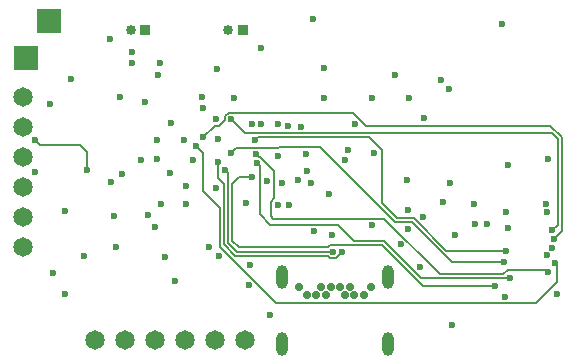
<source format=gbr>
%TF.GenerationSoftware,KiCad,Pcbnew,8.0.8*%
%TF.CreationDate,2025-02-18T00:27:10-08:00*%
%TF.ProjectId,OuterBoard_rev3.1,4f757465-7242-46f6-9172-645f72657633,rev?*%
%TF.SameCoordinates,Original*%
%TF.FileFunction,Copper,L4,Inr*%
%TF.FilePolarity,Positive*%
%FSLAX46Y46*%
G04 Gerber Fmt 4.6, Leading zero omitted, Abs format (unit mm)*
G04 Created by KiCad (PCBNEW 8.0.8) date 2025-02-18 00:27:10*
%MOMM*%
%LPD*%
G01*
G04 APERTURE LIST*
%TA.AperFunction,ComponentPad*%
%ADD10C,1.650000*%
%TD*%
%TA.AperFunction,ComponentPad*%
%ADD11C,0.700000*%
%TD*%
%TA.AperFunction,ComponentPad*%
%ADD12O,1.000000X2.000000*%
%TD*%
%TA.AperFunction,ComponentPad*%
%ADD13R,2.000000X2.000000*%
%TD*%
%TA.AperFunction,ComponentPad*%
%ADD14R,0.850000X0.850000*%
%TD*%
%TA.AperFunction,ComponentPad*%
%ADD15C,0.850000*%
%TD*%
%TA.AperFunction,ViaPad*%
%ADD16C,0.600000*%
%TD*%
%TA.AperFunction,Conductor*%
%ADD17C,0.200000*%
%TD*%
G04 APERTURE END LIST*
D10*
%TO.N,GPIO45*%
%TO.C,J2*%
X115620800Y-104013000D03*
%TO.N,GPIO46*%
X118160800Y-104013000D03*
%TO.N,IO21{slash}USER_LED*%
X120700800Y-104013000D03*
%TO.N,D10{slash}A10{slash}MOSI*%
X123240800Y-104013000D03*
%TO.N,D9{slash}A9{slash}MISO*%
X125780800Y-104013000D03*
%TO.N,D8{slash}A8{slash}SCK*%
X128320800Y-104013000D03*
%TD*%
D11*
%TO.N,GND*%
%TO.C,J42*%
X138978400Y-99503000D03*
%TO.N,unconnected-(J42-SSTXP2-PadB2)*%
X138328400Y-100203000D03*
%TO.N,unconnected-(J42-SSTXN2-PadB3)*%
X137528400Y-100203000D03*
%TO.N,+5V*%
X137128400Y-99503000D03*
%TO.N,Net-(J42-CC2)*%
X136728400Y-100203000D03*
%TO.N,USB_DP*%
X136328400Y-99503000D03*
%TO.N,USB_DN*%
X135528400Y-99503000D03*
%TO.N,unconnected-(J42-SBU2-PadB8)*%
X135128400Y-100203000D03*
%TO.N,+5V*%
X134728400Y-99503000D03*
%TO.N,unconnected-(J42-SSRXN1-PadB10)*%
X134328400Y-100203000D03*
%TO.N,unconnected-(J42-SSRXP1-PadB11)*%
X133528400Y-100203000D03*
%TO.N,GND*%
X132878400Y-99503000D03*
D12*
X131428400Y-98703000D03*
X140428400Y-98703000D03*
X131428400Y-104303000D03*
X140428400Y-104303000D03*
%TD*%
D13*
%TO.N,Net-(D1-K)*%
%TO.C,TP1*%
X109728000Y-80137000D03*
%TD*%
D14*
%TO.N,+BATT1*%
%TO.C,J3*%
X119837200Y-77800200D03*
D15*
%TO.N,GNDPWR*%
X118587200Y-77800200D03*
%TD*%
D14*
%TO.N,+BATT2*%
%TO.C,J4*%
X128117600Y-77749400D03*
D15*
%TO.N,GNDPWR*%
X126867600Y-77749400D03*
%TD*%
D13*
%TO.N,Net-(D2-K)*%
%TO.C,TP2*%
X111683800Y-76962000D03*
%TD*%
D10*
%TO.N,GNDPWR*%
%TO.C,J1*%
X109524800Y-96113600D03*
%TO.N,VDC*%
X109524800Y-93573600D03*
%TO.N,D1{slash}A1*%
X109524800Y-91033600D03*
%TO.N,GNDPWR*%
X109524800Y-88493600D03*
%TO.N,VDC*%
X109524800Y-85953600D03*
%TO.N,D0{slash}A0*%
X109524800Y-83413600D03*
%TD*%
D16*
%TO.N,GND*%
X147726400Y-94157800D03*
X114935000Y-89611200D03*
X121132600Y-92504600D03*
X142111489Y-93007223D03*
X121488200Y-97002600D03*
X145669000Y-90678000D03*
X154263252Y-96239441D03*
X123910000Y-88790000D03*
X120802400Y-88646600D03*
X110540800Y-87096600D03*
X150320000Y-100336400D03*
X145084800Y-92284600D03*
X150571200Y-89230200D03*
X113030000Y-93116400D03*
X128730000Y-97690000D03*
X142028800Y-90476900D03*
X147650200Y-92456000D03*
X117889684Y-89981291D03*
X123266200Y-92532200D03*
X131069477Y-88457575D03*
X111749000Y-84037600D03*
X139238800Y-88206400D03*
X122047000Y-85648800D03*
X128652394Y-99384806D03*
X114681000Y-96926400D03*
X125196600Y-96164400D03*
X122351800Y-99034600D03*
X135661400Y-95097600D03*
X139065000Y-83540600D03*
X134970000Y-83510000D03*
X117201071Y-93477539D03*
X134970000Y-80990000D03*
X134000000Y-76850000D03*
X145770600Y-102743000D03*
X121943122Y-89829707D03*
X142189200Y-83540600D03*
X150012400Y-77241400D03*
%TO.N,VCC*%
X120954800Y-81538800D03*
%TO.N,+2V8*%
X143408400Y-85242400D03*
X141452600Y-95885000D03*
%TO.N,VDC*%
X117396700Y-96139000D03*
X113004600Y-100152200D03*
X121107200Y-80568800D03*
X118688700Y-79618800D03*
%TO.N,Net-(D7-K)*%
X154686000Y-100101400D03*
%TO.N,+3.3V*%
X140944600Y-81584800D03*
X123266200Y-90954600D03*
X126100000Y-96920000D03*
X120802400Y-87096600D03*
X146098900Y-95123000D03*
X111988600Y-98348800D03*
X144909600Y-81965800D03*
X142087600Y-94589600D03*
X119483800Y-88793400D03*
X123153000Y-87031400D03*
X133527800Y-89662000D03*
X110515400Y-89814400D03*
X143078200Y-97866200D03*
%TO.N,+1V8*%
X153847800Y-93192600D03*
X120700800Y-94411800D03*
%TO.N,Net-(C38-Pad1)*%
X133444702Y-88239600D03*
%TO.N,+5V*%
X130429000Y-101879400D03*
%TO.N,IO21{slash}USER_LED*%
X125830000Y-85308799D03*
%TO.N,Net-(FB1-Pad2)*%
X153949400Y-88722200D03*
%TO.N,USB_DP*%
X135712200Y-96520000D03*
X126586400Y-89603665D03*
%TO.N,USB_DN*%
X136525000Y-96570800D03*
X125984000Y-88900000D03*
%TO.N,MTCK{slash}IO39{slash}CAM_SCL*%
X139013899Y-94285101D03*
X143370000Y-93550000D03*
%TO.N,IO38{slash}DVP_VSYNC*%
X133858000Y-90728800D03*
X153725086Y-92450272D03*
%TO.N,Net-(J10-Pad8)*%
X148742400Y-94183200D03*
%TO.N,IO47{slash}DVP_HREF*%
X131987500Y-92597090D03*
X150342600Y-93141800D03*
%TO.N,IO48{slash}DVP_Y9*%
X131054076Y-92574211D03*
X150520400Y-94564200D03*
%TO.N,IO10{slash}XMCLK*%
X127127615Y-85308799D03*
X154300000Y-94700000D03*
%TO.N,IO11{slash}DVP_Y8*%
X124715600Y-86848296D03*
X154440000Y-95490000D03*
%TO.N,IO12{slash}DVP_Y7*%
X153810000Y-96840000D03*
X125984000Y-87020400D03*
%TO.N,IO13{slash}DVP_PCLK*%
X129164567Y-87102167D03*
X150418800Y-96443800D03*
%TO.N,IO14{slash}DVP_Y6*%
X154514600Y-97455000D03*
X124160450Y-87606201D03*
%TO.N,IO15{slash}DVP_Y2*%
X127076200Y-88206000D03*
X150215600Y-97434400D03*
%TO.N,IO16{slash}DVP_Y5*%
X153970000Y-98240000D03*
X129235200Y-88288500D03*
%TO.N,IO17{slash}DVP_Y3*%
X129330301Y-89044545D03*
X150710000Y-98792400D03*
%TO.N,IO18{slash}DVP_Y4*%
X149450000Y-99441000D03*
X128839742Y-90170878D03*
%TO.N,CHIP_EN*%
X133030300Y-85939200D03*
X137591800Y-85725000D03*
%TO.N,BNO_INT*%
X120091200Y-93421200D03*
X125933200Y-81049800D03*
%TO.N,D1{slash}A1*%
X131108400Y-85750400D03*
%TO.N,D0{slash}A0*%
X129592400Y-79324200D03*
%TO.N,GPIO0*%
X131953000Y-85928200D03*
X145592800Y-82753200D03*
%TO.N,BNO_RST*%
X116967000Y-90601800D03*
X124661600Y-83439000D03*
%TO.N,D8{slash}A8{slash}SCK*%
X129641600Y-85750400D03*
%TO.N,D9{slash}A9{slash}MISO*%
X128843704Y-85733896D03*
%TO.N,D10{slash}A10{slash}MOSI*%
X124714000Y-84404200D03*
%TO.N,VDD_SPI*%
X125830000Y-91135200D03*
%TO.N,SPIHD*%
X128357314Y-92410849D03*
%TO.N,SPIWP*%
X134162800Y-94818200D03*
%TO.N,SPICS0*%
X135432900Y-91643200D03*
%TO.N,SPICLK*%
X130149600Y-90576400D03*
%TO.N,SPIQ*%
X132791200Y-90500200D03*
%TO.N,SPID*%
X131445000Y-90754200D03*
%TO.N,GNDPWR*%
X118688700Y-80568800D03*
X117668297Y-83398103D03*
X127345704Y-83494601D03*
X113583130Y-81940400D03*
X119820552Y-83885375D03*
X116890800Y-78536800D03*
%TO.N,GPIO45*%
X136753600Y-88773000D03*
%TO.N,GPIO46*%
X136982200Y-87884000D03*
%TD*%
D17*
%TO.N,GND*%
X110921800Y-87477600D02*
X110540800Y-87096600D01*
X114325400Y-87477600D02*
X110921800Y-87477600D01*
X114935000Y-89611200D02*
X114935000Y-88087200D01*
X114935000Y-88087200D02*
X114325400Y-87477600D01*
%TO.N,USB_DP*%
X126847600Y-89864865D02*
X126847600Y-95758000D01*
X127609600Y-96520000D02*
X135712200Y-96520000D01*
X126847600Y-95758000D02*
X127609600Y-96520000D01*
X126586400Y-89603665D02*
X126847600Y-89864865D01*
%TO.N,USB_DN*%
X126495200Y-90780000D02*
X125984000Y-90268800D01*
X135276600Y-96872400D02*
X127463631Y-96872400D01*
X126495200Y-95903969D02*
X126495200Y-90780000D01*
X136018600Y-97077200D02*
X135481400Y-97077200D01*
X127463631Y-96872400D02*
X126495200Y-95903969D01*
X135481400Y-97077200D02*
X135276600Y-96872400D01*
X136525000Y-96570800D02*
X136018600Y-97077200D01*
X125984000Y-90268800D02*
X125984000Y-88900000D01*
%TO.N,IO10{slash}XMCLK*%
X154300000Y-94700000D02*
X154762200Y-94237800D01*
X128315216Y-86496400D02*
X127127615Y-85308799D01*
X154762200Y-86995000D02*
X154263600Y-86496400D01*
X154762200Y-94237800D02*
X154762200Y-86995000D01*
X154263600Y-86496400D02*
X128315216Y-86496400D01*
%TO.N,IO11{slash}DVP_Y8*%
X155114600Y-94815400D02*
X155114600Y-86849032D01*
X126060800Y-85865999D02*
X125697897Y-85865999D01*
X126570415Y-85356384D02*
X126060800Y-85865999D01*
X154440000Y-95490000D02*
X155114600Y-94815400D01*
X126570415Y-85077999D02*
X126570415Y-85356384D01*
X126896815Y-84751599D02*
X126570415Y-85077999D01*
X155114600Y-86849032D02*
X154142968Y-85877400D01*
X154142968Y-85877400D02*
X138532200Y-85877400D01*
X125697897Y-85865999D02*
X124715600Y-86848296D01*
X138532200Y-85877400D02*
X137406399Y-84751599D01*
X137406399Y-84751599D02*
X126896815Y-84751599D01*
%TO.N,IO13{slash}DVP_PCLK*%
X139841200Y-92378232D02*
X141142968Y-93680000D01*
X129417934Y-86848800D02*
X138741000Y-86848800D01*
X139841200Y-87949000D02*
X139841200Y-92378232D01*
X138741000Y-86848800D02*
X139841200Y-87949000D01*
X142565369Y-93680000D02*
X145329169Y-96443800D01*
X141142968Y-93680000D02*
X142565369Y-93680000D01*
X145329169Y-96443800D02*
X150418800Y-96443800D01*
X129164567Y-87102167D02*
X129417934Y-86848800D01*
%TO.N,IO14{slash}DVP_Y6*%
X154690000Y-97630000D02*
X154690000Y-99090000D01*
X154515000Y-97455000D02*
X154690000Y-97630000D01*
X124715600Y-88161351D02*
X124160450Y-87606201D01*
X154514600Y-97455000D02*
X154515000Y-97455000D01*
X124715600Y-91416200D02*
X124715600Y-88161351D01*
X154690000Y-99090000D02*
X152891200Y-100888800D01*
X126142800Y-96094000D02*
X126142800Y-92843400D01*
X152891200Y-100888800D02*
X130937600Y-100888800D01*
X130937600Y-100888800D02*
X126142800Y-96094000D01*
X126142800Y-92843400D02*
X124715600Y-91416200D01*
%TO.N,IO15{slash}DVP_Y2*%
X130377900Y-87731300D02*
X130378200Y-87731600D01*
X140997000Y-94032400D02*
X142419400Y-94032400D01*
X127076200Y-88206000D02*
X127550900Y-87731300D01*
X131163400Y-87682400D02*
X134647000Y-87682400D01*
X130378200Y-87731600D02*
X131114200Y-87731600D01*
X131114200Y-87731600D02*
X131163400Y-87682400D01*
X145821400Y-97434400D02*
X150215600Y-97434400D01*
X127550900Y-87731300D02*
X130377900Y-87731300D01*
X142419400Y-94032400D02*
X145821400Y-97434400D01*
X134647000Y-87682400D02*
X140997000Y-94032400D01*
%TO.N,IO16{slash}DVP_Y5*%
X130684901Y-93727901D02*
X130451676Y-93494676D01*
X130752000Y-89654800D02*
X129573334Y-88476134D01*
X130451676Y-92324688D02*
X130752000Y-92024364D01*
X150161000Y-98428200D02*
X144783800Y-98428200D01*
X130752000Y-92024364D02*
X130752000Y-89654800D01*
X150543600Y-98045600D02*
X150161000Y-98428200D01*
X140083501Y-93727901D02*
X130684901Y-93727901D01*
X129422834Y-88476134D02*
X129235200Y-88288500D01*
X153970000Y-98240000D02*
X153775600Y-98045600D01*
X130451676Y-93494676D02*
X130451676Y-92324688D01*
X129573334Y-88476134D02*
X129422834Y-88476134D01*
X153775600Y-98045600D02*
X150543600Y-98045600D01*
X144783800Y-98428200D02*
X140083501Y-93727901D01*
%TO.N,IO17{slash}DVP_Y3*%
X150698200Y-98780600D02*
X143195569Y-98780600D01*
X129547200Y-89261444D02*
X129330301Y-89044545D01*
X136120200Y-94261000D02*
X130430600Y-94261000D01*
X129547200Y-93377600D02*
X129547200Y-89261444D01*
X150710000Y-98792400D02*
X150698200Y-98780600D01*
X137469600Y-95610400D02*
X136120200Y-94261000D01*
X130430600Y-94261000D02*
X129547200Y-93377600D01*
X140025369Y-95610400D02*
X137469600Y-95610400D01*
X143195569Y-98780600D02*
X140025369Y-95610400D01*
%TO.N,IO18{slash}DVP_Y4*%
X135481400Y-95962800D02*
X135276600Y-96167600D01*
X139879400Y-95962800D02*
X135481400Y-95962800D01*
X127755568Y-96167600D02*
X127200000Y-95612032D01*
X127200000Y-90782800D02*
X127811922Y-90170878D01*
X143357600Y-99441000D02*
X139879400Y-95962800D01*
X127200000Y-95612032D02*
X127200000Y-90782800D01*
X135276600Y-96167600D02*
X127755568Y-96167600D01*
X127811922Y-90170878D02*
X128839742Y-90170878D01*
X149450000Y-99441000D02*
X143357600Y-99441000D01*
%TD*%
M02*

</source>
